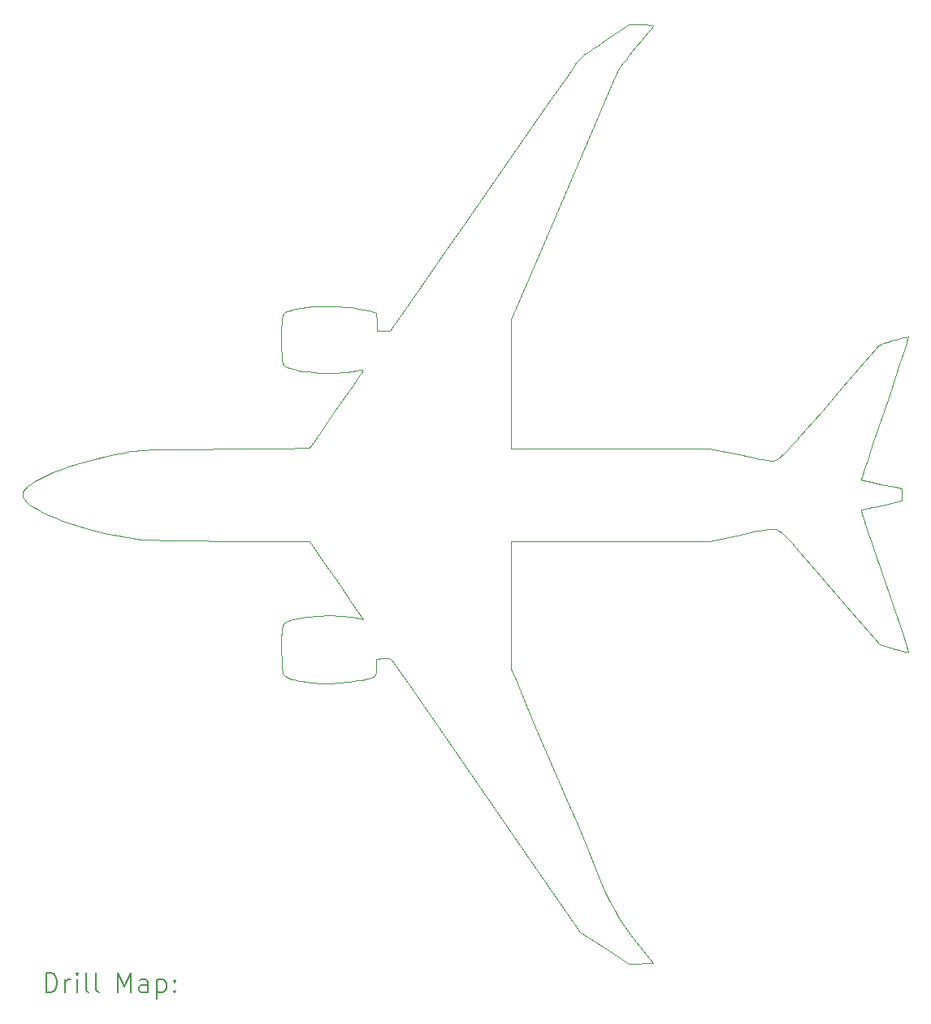
<source format=gbr>
%TF.GenerationSoftware,KiCad,Pcbnew,(6.99.0-2452-gdb4f2d9dd8)*%
%TF.CreationDate,2022-07-29T14:25:37-05:00*%
%TF.ProjectId,787,3738372e-6b69-4636-9164-5f7063625858,rev?*%
%TF.SameCoordinates,Original*%
%TF.FileFunction,Drillmap*%
%TF.FilePolarity,Positive*%
%FSLAX45Y45*%
G04 Gerber Fmt 4.5, Leading zero omitted, Abs format (unit mm)*
G04 Created by KiCad (PCBNEW (6.99.0-2452-gdb4f2d9dd8)) date 2022-07-29 14:25:37*
%MOMM*%
%LPD*%
G01*
G04 APERTURE LIST*
%ADD10C,0.078000*%
%ADD11C,0.200000*%
G04 APERTURE END LIST*
D10*
X10684163Y-6585400D02*
X10709793Y-6586046D01*
X10731118Y-6587142D01*
X10748144Y-6588691D01*
X10755047Y-6589636D01*
X10760879Y-6590695D01*
X10765639Y-6591867D01*
X10769330Y-6593154D01*
X10771951Y-6594555D01*
X10773504Y-6596070D01*
X10773880Y-6596871D01*
X10773989Y-6597700D01*
X10773408Y-6599445D01*
X10768107Y-6606586D01*
X10756367Y-6621468D01*
X10716536Y-6670801D01*
X10659860Y-6740136D01*
X10592282Y-6822165D01*
X10557296Y-6864875D01*
X10523910Y-6906383D01*
X10492908Y-6945660D01*
X10465074Y-6981679D01*
X10441192Y-7013413D01*
X10422047Y-7039835D01*
X10408421Y-7059917D01*
X10403924Y-7067260D01*
X10401101Y-7072632D01*
X10351690Y-7187257D01*
X10259496Y-7403686D01*
X9715802Y-8674316D01*
X9294756Y-9656039D01*
X9294756Y-11001507D01*
X11358769Y-11001507D01*
X11664761Y-11064144D01*
X11786568Y-11088574D01*
X11892022Y-11108785D01*
X11969837Y-11122679D01*
X11994853Y-11126600D01*
X12008727Y-11128154D01*
X12015558Y-11128329D01*
X12022171Y-11128260D01*
X12028695Y-11127817D01*
X12035255Y-11126868D01*
X12041979Y-11125282D01*
X12048993Y-11122927D01*
X12056425Y-11119673D01*
X12064400Y-11115386D01*
X12073046Y-11109937D01*
X12082490Y-11103194D01*
X12092859Y-11095025D01*
X12104278Y-11085300D01*
X12116876Y-11073885D01*
X12130779Y-11060651D01*
X12146113Y-11045466D01*
X12163006Y-11028198D01*
X12181585Y-11008717D01*
X12201976Y-10986890D01*
X12224306Y-10962586D01*
X12248701Y-10935674D01*
X12275290Y-10906022D01*
X12304198Y-10873500D01*
X12369480Y-10799317D01*
X12445562Y-10712073D01*
X12533459Y-10610718D01*
X12748755Y-10361469D01*
X12978062Y-10095239D01*
X13095594Y-9957866D01*
X13101605Y-9950894D01*
X13107661Y-9944455D01*
X13110751Y-9941414D01*
X13113907Y-9938481D01*
X13117148Y-9935646D01*
X13120492Y-9932901D01*
X13123957Y-9930237D01*
X13127563Y-9927647D01*
X13131327Y-9925120D01*
X13135268Y-9922649D01*
X13139404Y-9920225D01*
X13143753Y-9917839D01*
X13148335Y-9915482D01*
X13153167Y-9913147D01*
X13163657Y-9908503D01*
X13175370Y-9903840D01*
X13188455Y-9899087D01*
X13203057Y-9894176D01*
X13219325Y-9889037D01*
X13237406Y-9883602D01*
X13257448Y-9877800D01*
X13279598Y-9871563D01*
X13309079Y-9863528D01*
X13336851Y-9856301D01*
X13362285Y-9850019D01*
X13384757Y-9844823D01*
X13403637Y-9840851D01*
X13418300Y-9838242D01*
X13428118Y-9837135D01*
X13431014Y-9837189D01*
X13432464Y-9837670D01*
X13432413Y-9842439D01*
X13429755Y-9854498D01*
X13416238Y-9901653D01*
X13391148Y-9981458D01*
X13353717Y-10096237D01*
X13238773Y-10440010D01*
X13065278Y-10951562D01*
X13016744Y-11095435D01*
X12977630Y-11213886D01*
X12951927Y-11294647D01*
X12945353Y-11317060D01*
X12943629Y-11325449D01*
X12962083Y-11330374D01*
X13008454Y-11340954D01*
X13148377Y-11371301D01*
X13290254Y-11400923D01*
X13339068Y-11410599D01*
X13360942Y-11414256D01*
X13361264Y-11414343D01*
X13361582Y-11414602D01*
X13361895Y-11415028D01*
X13362203Y-11415618D01*
X13362803Y-11417268D01*
X13363380Y-11419519D01*
X13363928Y-11422337D01*
X13364446Y-11425687D01*
X13364930Y-11429536D01*
X13365376Y-11433849D01*
X13365782Y-11438591D01*
X13366145Y-11443730D01*
X13366460Y-11449230D01*
X13366726Y-11455057D01*
X13366938Y-11461177D01*
X13367093Y-11467556D01*
X13367189Y-11474160D01*
X13367222Y-11480954D01*
X13367222Y-11547652D01*
X13158142Y-11591432D01*
X13076611Y-11608780D01*
X13009180Y-11623651D01*
X12962854Y-11634463D01*
X12949795Y-11637853D01*
X12944639Y-11639635D01*
X12944478Y-11640049D01*
X12944447Y-11640828D01*
X12944769Y-11643444D01*
X12945580Y-11647407D01*
X12946859Y-11652641D01*
X12950723Y-11666624D01*
X12956174Y-11684785D01*
X12963026Y-11706521D01*
X12971092Y-11731226D01*
X12980185Y-11758296D01*
X12990120Y-11787126D01*
X13258673Y-12576758D01*
X13383376Y-12950687D01*
X13435938Y-13114847D01*
X13435775Y-13115669D01*
X13435282Y-13116375D01*
X13434463Y-13116966D01*
X13433321Y-13117443D01*
X13431860Y-13117805D01*
X13430086Y-13118055D01*
X13428001Y-13118193D01*
X13425610Y-13118219D01*
X13419924Y-13117940D01*
X13413061Y-13117224D01*
X13405053Y-13116077D01*
X13395931Y-13114505D01*
X13385729Y-13112513D01*
X13374477Y-13110108D01*
X13362208Y-13107296D01*
X13348954Y-13104083D01*
X13334747Y-13100473D01*
X13319619Y-13096474D01*
X13303602Y-13092092D01*
X13286728Y-13087331D01*
X13286728Y-13087332D01*
X13137443Y-13044620D01*
X12782130Y-12631870D01*
X12418542Y-12210666D01*
X12299495Y-12074477D01*
X12213281Y-11978022D01*
X12153151Y-11913895D01*
X12112355Y-11874690D01*
X12084145Y-11853002D01*
X12061770Y-11841425D01*
X12058801Y-11840303D01*
X12055604Y-11839315D01*
X12052147Y-11838465D01*
X12048398Y-11837759D01*
X12044324Y-11837201D01*
X12039893Y-11836796D01*
X12029830Y-11836462D01*
X12017952Y-11836795D01*
X12004000Y-11837834D01*
X11987715Y-11839617D01*
X11968840Y-11842180D01*
X11947115Y-11845562D01*
X11922283Y-11849801D01*
X11894086Y-11854935D01*
X11862264Y-11861001D01*
X11786714Y-11876082D01*
X11693568Y-11895346D01*
X11362359Y-11964591D01*
X9294755Y-11964591D01*
X9294755Y-13293802D01*
X9342092Y-13409982D01*
X9526615Y-13844125D01*
X9903782Y-14724771D01*
X9946641Y-14817732D01*
X9987071Y-14910638D01*
X10062789Y-15095829D01*
X10208678Y-15460548D01*
X10247124Y-15549885D01*
X10287432Y-15638258D01*
X10330139Y-15725553D01*
X10375781Y-15811656D01*
X10424895Y-15896454D01*
X10478017Y-15979833D01*
X10535684Y-16061679D01*
X10598431Y-16141880D01*
X10778726Y-16360378D01*
X10520848Y-16368235D01*
X10268656Y-16203265D01*
X10016463Y-16038296D01*
X9575338Y-15401354D01*
X8600627Y-13993945D01*
X8218484Y-13443740D01*
X8049004Y-13202841D01*
X8047765Y-13201496D01*
X8046451Y-13200210D01*
X8045058Y-13198982D01*
X8043585Y-13197812D01*
X8042029Y-13196700D01*
X8040389Y-13195644D01*
X8038662Y-13194645D01*
X8036846Y-13193702D01*
X8034940Y-13192815D01*
X8032940Y-13191984D01*
X8030845Y-13191208D01*
X8028654Y-13190486D01*
X8026362Y-13189819D01*
X8023970Y-13189206D01*
X8018873Y-13188140D01*
X8013345Y-13187286D01*
X8007370Y-13186640D01*
X8000931Y-13186199D01*
X7994010Y-13185961D01*
X7986592Y-13185922D01*
X7978660Y-13186079D01*
X7970197Y-13186430D01*
X7961185Y-13186971D01*
X7891406Y-13191738D01*
X7891211Y-13269521D01*
X7890962Y-13285459D01*
X7890331Y-13300933D01*
X7889360Y-13315562D01*
X7888092Y-13328962D01*
X7886569Y-13340753D01*
X7884833Y-13350553D01*
X7883899Y-13354586D01*
X7882927Y-13357978D01*
X7881923Y-13360682D01*
X7880892Y-13362649D01*
X7877276Y-13366738D01*
X7871848Y-13370862D01*
X7855916Y-13379164D01*
X7833817Y-13387448D01*
X7806271Y-13395608D01*
X7774001Y-13403540D01*
X7737726Y-13411137D01*
X7698170Y-13418296D01*
X7656052Y-13424909D01*
X7612095Y-13430872D01*
X7567019Y-13436080D01*
X7521546Y-13440427D01*
X7476397Y-13443807D01*
X7432294Y-13446116D01*
X7389957Y-13447248D01*
X7350108Y-13447097D01*
X7313468Y-13445558D01*
X7227890Y-13438878D01*
X7152668Y-13430668D01*
X7118936Y-13425987D01*
X7087786Y-13420923D01*
X7059217Y-13415473D01*
X7033227Y-13409639D01*
X7009813Y-13403419D01*
X6988973Y-13396812D01*
X6970705Y-13389819D01*
X6955007Y-13382438D01*
X6941876Y-13374669D01*
X6931312Y-13366512D01*
X6923310Y-13357967D01*
X6917870Y-13349031D01*
X6916373Y-13344599D01*
X6914902Y-13338005D01*
X6913464Y-13329377D01*
X6912067Y-13318843D01*
X6909432Y-13292573D01*
X6907062Y-13260224D01*
X6905021Y-13222823D01*
X6903375Y-13181398D01*
X6902187Y-13136977D01*
X6901525Y-13090589D01*
X6901133Y-12995861D01*
X6901672Y-12957381D01*
X6903039Y-12924207D01*
X6905486Y-12895877D01*
X6909267Y-12871928D01*
X6911736Y-12861453D01*
X6914634Y-12851899D01*
X6917992Y-12843210D01*
X6921841Y-12835328D01*
X6926214Y-12828194D01*
X6931141Y-12821752D01*
X6936655Y-12815942D01*
X6942786Y-12810709D01*
X6949568Y-12805992D01*
X6957031Y-12801736D01*
X6965207Y-12797882D01*
X6974127Y-12794373D01*
X6994328Y-12788155D01*
X7017888Y-12782623D01*
X7076093Y-12771761D01*
X7162088Y-12758247D01*
X7203979Y-12752932D01*
X7245215Y-12748580D01*
X7285859Y-12745190D01*
X7325974Y-12742761D01*
X7365622Y-12741294D01*
X7404866Y-12740789D01*
X7443769Y-12741246D01*
X7482394Y-12742664D01*
X7520803Y-12745044D01*
X7559059Y-12748385D01*
X7597224Y-12752688D01*
X7635362Y-12757953D01*
X7673535Y-12764179D01*
X7711806Y-12771366D01*
X7757157Y-12780436D01*
X7638948Y-12609845D01*
X7507859Y-12419712D01*
X7358682Y-12202136D01*
X7196626Y-11965018D01*
X6396660Y-11964803D01*
X5882805Y-11962717D01*
X5701134Y-11959475D01*
X5556399Y-11954090D01*
X5438672Y-11946054D01*
X5338024Y-11934860D01*
X5244529Y-11920000D01*
X5148259Y-11900967D01*
X5050794Y-11879295D01*
X4956359Y-11856091D01*
X4865404Y-11831555D01*
X4778379Y-11805886D01*
X4695733Y-11779284D01*
X4617915Y-11751947D01*
X4545375Y-11724075D01*
X4478562Y-11695868D01*
X4417926Y-11667525D01*
X4363917Y-11639246D01*
X4316984Y-11611230D01*
X4277576Y-11583676D01*
X4246143Y-11556784D01*
X4223134Y-11530754D01*
X4208999Y-11505784D01*
X4205400Y-11493760D01*
X4204188Y-11482075D01*
X4205590Y-11469294D01*
X4209749Y-11456158D01*
X4216597Y-11442697D01*
X4226062Y-11428940D01*
X4238075Y-11414915D01*
X4252566Y-11400652D01*
X4269466Y-11386179D01*
X4288704Y-11371525D01*
X4310211Y-11356719D01*
X4333917Y-11341791D01*
X4387646Y-11311680D01*
X4449334Y-11281423D01*
X4518420Y-11251253D01*
X4594348Y-11221400D01*
X4676557Y-11192095D01*
X4764490Y-11163570D01*
X4857588Y-11136056D01*
X4955292Y-11109783D01*
X5057045Y-11084984D01*
X5162286Y-11061889D01*
X5270459Y-11040730D01*
X5326121Y-11031131D01*
X5353556Y-11027171D01*
X5382466Y-11023710D01*
X5414157Y-11020706D01*
X5449934Y-11018113D01*
X5491101Y-11015887D01*
X5538965Y-11013984D01*
X5594829Y-11012359D01*
X5660000Y-11010967D01*
X5823479Y-11008708D01*
X6039843Y-11006852D01*
X6319531Y-11005043D01*
X6663196Y-11002024D01*
X6944223Y-10997759D01*
X7133898Y-10992811D01*
X7185504Y-10990256D01*
X7203504Y-10987741D01*
X7205704Y-10982516D01*
X7212173Y-10971322D01*
X7237124Y-10932183D01*
X7276773Y-10872642D01*
X7329534Y-10795011D01*
X7468061Y-10594745D01*
X7640029Y-10349903D01*
X7684357Y-10286082D01*
X7703407Y-10257830D01*
X7719781Y-10232941D01*
X7733031Y-10212109D01*
X7742708Y-10196027D01*
X7748362Y-10185389D01*
X7749541Y-10182327D01*
X7749545Y-10180886D01*
X7749167Y-10180605D01*
X7748637Y-10180365D01*
X7747961Y-10180163D01*
X7747142Y-10180001D01*
X7745092Y-10179791D01*
X7742522Y-10179731D01*
X7739465Y-10179816D01*
X7735956Y-10180042D01*
X7732027Y-10180404D01*
X7727714Y-10180899D01*
X7723050Y-10181523D01*
X7718069Y-10182271D01*
X7712805Y-10183138D01*
X7707291Y-10184121D01*
X7701562Y-10185216D01*
X7695652Y-10186417D01*
X7689594Y-10187722D01*
X7683422Y-10189125D01*
X7637585Y-10198116D01*
X7587006Y-10205002D01*
X7532647Y-10209862D01*
X7475473Y-10212778D01*
X7416448Y-10213829D01*
X7356535Y-10213097D01*
X7296700Y-10210662D01*
X7237905Y-10206604D01*
X7181115Y-10201004D01*
X7127293Y-10193943D01*
X7077405Y-10185501D01*
X7032413Y-10175759D01*
X6993282Y-10164797D01*
X6960976Y-10152695D01*
X6936458Y-10139535D01*
X6927421Y-10132583D01*
X6920693Y-10125397D01*
X6919371Y-10123484D01*
X6918105Y-10121300D01*
X6916894Y-10118831D01*
X6915737Y-10116064D01*
X6913581Y-10109585D01*
X6911628Y-10101757D01*
X6909872Y-10092476D01*
X6908303Y-10081637D01*
X6906915Y-10069135D01*
X6905700Y-10054866D01*
X6904650Y-10038725D01*
X6903757Y-10020607D01*
X6903013Y-10000408D01*
X6902410Y-9978023D01*
X6901598Y-9926276D01*
X6901258Y-9864528D01*
X6901303Y-9795163D01*
X6901846Y-9739953D01*
X6903057Y-9696982D01*
X6905111Y-9664334D01*
X6906507Y-9651282D01*
X6908178Y-9640091D01*
X6910146Y-9630523D01*
X6912431Y-9622338D01*
X6915056Y-9615296D01*
X6918043Y-9609157D01*
X6921412Y-9603683D01*
X6925185Y-9598632D01*
X6933362Y-9590373D01*
X6944094Y-9582534D01*
X6957252Y-9575120D01*
X6972705Y-9568135D01*
X7009980Y-9555472D01*
X7054885Y-9544584D01*
X7106383Y-9535509D01*
X7163438Y-9528285D01*
X7225015Y-9522950D01*
X7290076Y-9519541D01*
X7357587Y-9518096D01*
X7426511Y-9518654D01*
X7495812Y-9521252D01*
X7564455Y-9525928D01*
X7631403Y-9532721D01*
X7695621Y-9541668D01*
X7756071Y-9552807D01*
X7811719Y-9566175D01*
X7890239Y-9587692D01*
X7894269Y-9678913D01*
X7898300Y-9770135D01*
X7967092Y-9774081D01*
X8035883Y-9778027D01*
X8311050Y-9377724D01*
X8517834Y-9078070D01*
X8628592Y-8919753D01*
X8795285Y-8680991D01*
X9136551Y-8187926D01*
X9728202Y-7334910D01*
X9841150Y-7173718D01*
X9935676Y-7037336D01*
X9962929Y-6998067D01*
X9975022Y-6981463D01*
X9986730Y-6966337D01*
X9998533Y-6952281D01*
X10010910Y-6938890D01*
X10024340Y-6925755D01*
X10039301Y-6912471D01*
X10056273Y-6898631D01*
X10075735Y-6883827D01*
X10098166Y-6867653D01*
X10124044Y-6849702D01*
X10153849Y-6829567D01*
X10188060Y-6806841D01*
X10271613Y-6751991D01*
X10526142Y-6585361D01*
X10654219Y-6585205D01*
X10684163Y-6585400D01*
D11*
X4447907Y-16665611D02*
X4447907Y-16465611D01*
X4447907Y-16465611D02*
X4495526Y-16465611D01*
X4495526Y-16465611D02*
X4524097Y-16475135D01*
X4524097Y-16475135D02*
X4543145Y-16494182D01*
X4543145Y-16494182D02*
X4552669Y-16513230D01*
X4552669Y-16513230D02*
X4562192Y-16551325D01*
X4562192Y-16551325D02*
X4562192Y-16579896D01*
X4562192Y-16579896D02*
X4552669Y-16617992D01*
X4552669Y-16617992D02*
X4543145Y-16637039D01*
X4543145Y-16637039D02*
X4524097Y-16656087D01*
X4524097Y-16656087D02*
X4495526Y-16665611D01*
X4495526Y-16665611D02*
X4447907Y-16665611D01*
X4647907Y-16665611D02*
X4647907Y-16532277D01*
X4647907Y-16570373D02*
X4657431Y-16551325D01*
X4657431Y-16551325D02*
X4666954Y-16541801D01*
X4666954Y-16541801D02*
X4686002Y-16532277D01*
X4686002Y-16532277D02*
X4705050Y-16532277D01*
X4771716Y-16665611D02*
X4771716Y-16532277D01*
X4771716Y-16465611D02*
X4762192Y-16475135D01*
X4762192Y-16475135D02*
X4771716Y-16484658D01*
X4771716Y-16484658D02*
X4781240Y-16475135D01*
X4781240Y-16475135D02*
X4771716Y-16465611D01*
X4771716Y-16465611D02*
X4771716Y-16484658D01*
X4895526Y-16665611D02*
X4876478Y-16656087D01*
X4876478Y-16656087D02*
X4866954Y-16637039D01*
X4866954Y-16637039D02*
X4866954Y-16465611D01*
X5000288Y-16665611D02*
X4981240Y-16656087D01*
X4981240Y-16656087D02*
X4971716Y-16637039D01*
X4971716Y-16637039D02*
X4971716Y-16465611D01*
X5196478Y-16665611D02*
X5196478Y-16465611D01*
X5196478Y-16465611D02*
X5263145Y-16608468D01*
X5263145Y-16608468D02*
X5329811Y-16465611D01*
X5329811Y-16465611D02*
X5329811Y-16665611D01*
X5510764Y-16665611D02*
X5510764Y-16560849D01*
X5510764Y-16560849D02*
X5501240Y-16541801D01*
X5501240Y-16541801D02*
X5482192Y-16532277D01*
X5482192Y-16532277D02*
X5444097Y-16532277D01*
X5444097Y-16532277D02*
X5425050Y-16541801D01*
X5510764Y-16656087D02*
X5491716Y-16665611D01*
X5491716Y-16665611D02*
X5444097Y-16665611D01*
X5444097Y-16665611D02*
X5425050Y-16656087D01*
X5425050Y-16656087D02*
X5415526Y-16637039D01*
X5415526Y-16637039D02*
X5415526Y-16617992D01*
X5415526Y-16617992D02*
X5425050Y-16598944D01*
X5425050Y-16598944D02*
X5444097Y-16589420D01*
X5444097Y-16589420D02*
X5491716Y-16589420D01*
X5491716Y-16589420D02*
X5510764Y-16579896D01*
X5606002Y-16532277D02*
X5606002Y-16732277D01*
X5606002Y-16541801D02*
X5625049Y-16532277D01*
X5625049Y-16532277D02*
X5663145Y-16532277D01*
X5663145Y-16532277D02*
X5682192Y-16541801D01*
X5682192Y-16541801D02*
X5691716Y-16551325D01*
X5691716Y-16551325D02*
X5701240Y-16570373D01*
X5701240Y-16570373D02*
X5701240Y-16627515D01*
X5701240Y-16627515D02*
X5691716Y-16646563D01*
X5691716Y-16646563D02*
X5682192Y-16656087D01*
X5682192Y-16656087D02*
X5663145Y-16665611D01*
X5663145Y-16665611D02*
X5625049Y-16665611D01*
X5625049Y-16665611D02*
X5606002Y-16656087D01*
X5786954Y-16646563D02*
X5796478Y-16656087D01*
X5796478Y-16656087D02*
X5786954Y-16665611D01*
X5786954Y-16665611D02*
X5777430Y-16656087D01*
X5777430Y-16656087D02*
X5786954Y-16646563D01*
X5786954Y-16646563D02*
X5786954Y-16665611D01*
X5786954Y-16541801D02*
X5796478Y-16551325D01*
X5796478Y-16551325D02*
X5786954Y-16560849D01*
X5786954Y-16560849D02*
X5777430Y-16551325D01*
X5777430Y-16551325D02*
X5786954Y-16541801D01*
X5786954Y-16541801D02*
X5786954Y-16560849D01*
M02*

</source>
